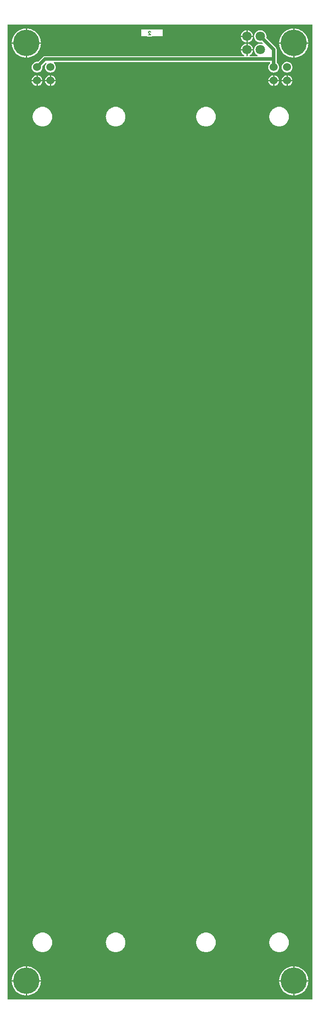
<source format=gbl>
G04 Layer: BottomLayer*
G04 EasyEDA v6.5.29, 2023-07-09 11:22:14*
G04 34a5644dc25c44e99f5b06bf355c49f1,5a6b42c53f6a479593ecc07194224c93,10*
G04 Gerber Generator version 0.2*
G04 Scale: 100 percent, Rotated: No, Reflected: No *
G04 Dimensions in millimeters *
G04 leading zeros omitted , absolute positions ,4 integer and 5 decimal *
%FSLAX45Y45*%
%MOMM*%

%ADD10C,0.1524*%
%ADD11C,0.6350*%
%ADD12C,5.0000*%
%ADD13C,1.5240*%
%ADD14C,1.8000*%
%ADD15C,0.0132*%

%LPD*%
G36*
X36068Y25908D02*
G01*
X32156Y26670D01*
X28905Y28905D01*
X26670Y32156D01*
X25908Y36068D01*
X25908Y18505881D01*
X26670Y18509792D01*
X28905Y18513094D01*
X32156Y18515279D01*
X36068Y18516041D01*
X2555240Y18516041D01*
X2559151Y18515279D01*
X2562402Y18513094D01*
X2564638Y18509792D01*
X2565400Y18505881D01*
X2566162Y18509792D01*
X2568397Y18513094D01*
X2571648Y18515279D01*
X2575560Y18516041D01*
X5805932Y18516041D01*
X5809792Y18515279D01*
X5813094Y18513094D01*
X5815330Y18509792D01*
X5816092Y18505881D01*
X5816092Y36068D01*
X5815330Y32156D01*
X5813094Y28905D01*
X5809792Y26670D01*
X5805932Y25908D01*
G37*

%LPC*%
G36*
X736955Y17462449D02*
G01*
X825500Y17462449D01*
X825500Y17550942D01*
X814527Y17549063D01*
X801471Y17545050D01*
X789127Y17539309D01*
X777646Y17531943D01*
X767232Y17523155D01*
X758088Y17513046D01*
X750366Y17501768D01*
X744220Y17489627D01*
X739698Y17476724D01*
G37*
G36*
X393700Y105511D02*
G01*
X398322Y105613D01*
X421284Y108000D01*
X443992Y112369D01*
X466242Y118567D01*
X487883Y126644D01*
X508812Y136448D01*
X528828Y148031D01*
X547776Y161188D01*
X565607Y175920D01*
X582117Y192074D01*
X597204Y209600D01*
X610768Y228295D01*
X622757Y248056D01*
X633018Y268732D01*
X641553Y290220D01*
X648208Y312369D01*
X653034Y334975D01*
X655929Y357886D01*
X656336Y368249D01*
X393700Y368249D01*
G37*
G36*
X5448300Y105562D02*
G01*
X5448300Y368249D01*
X5185410Y368249D01*
X5187238Y346405D01*
X5191099Y323596D01*
X5196840Y301244D01*
X5204460Y279400D01*
X5213858Y258267D01*
X5224983Y238048D01*
X5237784Y218795D01*
X5252110Y200710D01*
X5267960Y183845D01*
X5285130Y168402D01*
X5303520Y154432D01*
X5323027Y142036D01*
X5343499Y131318D01*
X5364835Y122377D01*
X5386781Y115214D01*
X5409285Y109931D01*
X5432145Y106578D01*
G37*
G36*
X368300Y105562D02*
G01*
X368300Y368249D01*
X105410Y368249D01*
X107238Y346405D01*
X111099Y323596D01*
X116839Y301244D01*
X124460Y279400D01*
X133858Y258267D01*
X144983Y238048D01*
X157784Y218795D01*
X172110Y200710D01*
X187960Y183845D01*
X205130Y168402D01*
X223520Y154432D01*
X243027Y142036D01*
X263499Y131318D01*
X284835Y122377D01*
X306781Y115214D01*
X329285Y109931D01*
X352145Y106578D01*
G37*
G36*
X5473700Y393649D02*
G01*
X5736336Y393649D01*
X5735929Y404063D01*
X5733034Y426974D01*
X5728208Y449580D01*
X5721553Y471678D01*
X5713018Y493166D01*
X5702757Y513892D01*
X5690768Y533654D01*
X5677204Y552348D01*
X5662117Y569823D01*
X5645607Y585978D01*
X5627776Y600710D01*
X5608828Y613918D01*
X5588812Y625449D01*
X5567883Y635304D01*
X5546242Y643382D01*
X5523992Y649579D01*
X5501284Y653897D01*
X5478322Y656336D01*
X5473700Y656437D01*
G37*
G36*
X393700Y393649D02*
G01*
X656336Y393649D01*
X655929Y404063D01*
X653034Y426974D01*
X648208Y449580D01*
X641553Y471678D01*
X633018Y493166D01*
X622757Y513892D01*
X610768Y533654D01*
X597204Y552348D01*
X582117Y569823D01*
X565607Y585978D01*
X547776Y600710D01*
X528828Y613918D01*
X508812Y625449D01*
X487883Y635304D01*
X466242Y643382D01*
X443992Y649579D01*
X421284Y653897D01*
X398322Y656336D01*
X393700Y656437D01*
G37*
G36*
X5185410Y393649D02*
G01*
X5448300Y393649D01*
X5448300Y656386D01*
X5432145Y655370D01*
X5409285Y651967D01*
X5386781Y646684D01*
X5364835Y639572D01*
X5343499Y630580D01*
X5323027Y619912D01*
X5303520Y607517D01*
X5285130Y593547D01*
X5267960Y578104D01*
X5252110Y561238D01*
X5237784Y543153D01*
X5224983Y523900D01*
X5213858Y503631D01*
X5204460Y482549D01*
X5196840Y460705D01*
X5191099Y438302D01*
X5187238Y415543D01*
G37*
G36*
X105410Y393649D02*
G01*
X368300Y393649D01*
X368300Y656386D01*
X352145Y655370D01*
X329285Y651967D01*
X306781Y646684D01*
X284835Y639572D01*
X263499Y630580D01*
X243027Y619912D01*
X223520Y607517D01*
X205130Y593547D01*
X187960Y578104D01*
X172110Y561238D01*
X157784Y543153D01*
X144983Y523900D01*
X133858Y503631D01*
X124460Y482549D01*
X116839Y460705D01*
X111099Y438302D01*
X107238Y415543D01*
G37*
G36*
X3784193Y925779D02*
G01*
X3803040Y925779D01*
X3821785Y927658D01*
X3840226Y931468D01*
X3858158Y937107D01*
X3875481Y944524D01*
X3891940Y953668D01*
X3907383Y964437D01*
X3921709Y976680D01*
X3934663Y990346D01*
X3946194Y1005230D01*
X3956151Y1021232D01*
X3964432Y1038098D01*
X3970985Y1055776D01*
X3975709Y1074013D01*
X3978554Y1092606D01*
X3979519Y1111402D01*
X3978554Y1130249D01*
X3975709Y1148842D01*
X3970985Y1167079D01*
X3964432Y1184757D01*
X3956151Y1201623D01*
X3946194Y1217625D01*
X3934663Y1232509D01*
X3921709Y1246174D01*
X3907383Y1258417D01*
X3891940Y1269187D01*
X3875481Y1278331D01*
X3858158Y1285748D01*
X3840226Y1291386D01*
X3821785Y1295196D01*
X3803040Y1297076D01*
X3784193Y1297076D01*
X3765448Y1295196D01*
X3747008Y1291386D01*
X3729075Y1285748D01*
X3711752Y1278331D01*
X3695293Y1269187D01*
X3679850Y1258417D01*
X3665524Y1246174D01*
X3652570Y1232509D01*
X3641039Y1217625D01*
X3631082Y1201623D01*
X3622801Y1184757D01*
X3616248Y1167079D01*
X3611524Y1148842D01*
X3608679Y1130249D01*
X3607714Y1111402D01*
X3608679Y1092606D01*
X3611524Y1074013D01*
X3616248Y1055776D01*
X3622801Y1038098D01*
X3631082Y1021232D01*
X3641039Y1005230D01*
X3652570Y990346D01*
X3665524Y976680D01*
X3679850Y964437D01*
X3695293Y953668D01*
X3711752Y944524D01*
X3729075Y937107D01*
X3747008Y931468D01*
X3765448Y927658D01*
G37*
G36*
X5174183Y925779D02*
G01*
X5193030Y925779D01*
X5211775Y927658D01*
X5230215Y931468D01*
X5248148Y937107D01*
X5265470Y944524D01*
X5281930Y953668D01*
X5297373Y964437D01*
X5311698Y976680D01*
X5324652Y990346D01*
X5336184Y1005230D01*
X5346141Y1021232D01*
X5354421Y1038098D01*
X5360974Y1055776D01*
X5365699Y1074013D01*
X5368544Y1092606D01*
X5369509Y1111402D01*
X5368544Y1130249D01*
X5365699Y1148842D01*
X5360974Y1167079D01*
X5354421Y1184757D01*
X5346141Y1201623D01*
X5336184Y1217625D01*
X5324652Y1232509D01*
X5311698Y1246174D01*
X5297373Y1258417D01*
X5281930Y1269187D01*
X5265470Y1278331D01*
X5248148Y1285748D01*
X5230215Y1291386D01*
X5211775Y1295196D01*
X5193030Y1297076D01*
X5174183Y1297076D01*
X5155438Y1295196D01*
X5136997Y1291386D01*
X5119065Y1285748D01*
X5101742Y1278331D01*
X5085283Y1269187D01*
X5069840Y1258417D01*
X5055514Y1246174D01*
X5042560Y1232509D01*
X5031028Y1217625D01*
X5021072Y1201623D01*
X5012791Y1184757D01*
X5006238Y1167079D01*
X5001514Y1148842D01*
X4998669Y1130249D01*
X4997704Y1111402D01*
X4998669Y1092606D01*
X5001514Y1074013D01*
X5006238Y1055776D01*
X5012791Y1038098D01*
X5021072Y1021232D01*
X5031028Y1005230D01*
X5042560Y990346D01*
X5055514Y976680D01*
X5069840Y964437D01*
X5085283Y953668D01*
X5101742Y944524D01*
X5119065Y937107D01*
X5136997Y931468D01*
X5155438Y927658D01*
G37*
G36*
X2068372Y925779D02*
G01*
X2087219Y925779D01*
X2105964Y927658D01*
X2124405Y931468D01*
X2142337Y937107D01*
X2159660Y944524D01*
X2176119Y953668D01*
X2191562Y964437D01*
X2205888Y976680D01*
X2218842Y990346D01*
X2230374Y1005230D01*
X2240330Y1021232D01*
X2248611Y1038098D01*
X2255164Y1055776D01*
X2259888Y1074013D01*
X2262733Y1092606D01*
X2263698Y1111402D01*
X2262733Y1130249D01*
X2259888Y1148842D01*
X2255164Y1167079D01*
X2248611Y1184757D01*
X2240330Y1201623D01*
X2230374Y1217625D01*
X2218842Y1232509D01*
X2205888Y1246174D01*
X2191562Y1258417D01*
X2176119Y1269187D01*
X2159660Y1278331D01*
X2142337Y1285748D01*
X2124405Y1291386D01*
X2105964Y1295196D01*
X2087219Y1297076D01*
X2068372Y1297076D01*
X2049627Y1295196D01*
X2031187Y1291386D01*
X2013254Y1285748D01*
X1995932Y1278331D01*
X1979472Y1269187D01*
X1964029Y1258417D01*
X1949704Y1246174D01*
X1936750Y1232509D01*
X1925218Y1217625D01*
X1915261Y1201623D01*
X1906981Y1184757D01*
X1900428Y1167079D01*
X1895703Y1148842D01*
X1892858Y1130249D01*
X1891893Y1111402D01*
X1892858Y1092606D01*
X1895703Y1074013D01*
X1900428Y1055776D01*
X1906981Y1038098D01*
X1915261Y1021232D01*
X1925218Y1005230D01*
X1936750Y990346D01*
X1949704Y976680D01*
X1964029Y964437D01*
X1979472Y953668D01*
X1995932Y944524D01*
X2013254Y937107D01*
X2031187Y931468D01*
X2049627Y927658D01*
G37*
G36*
X678383Y925779D02*
G01*
X697230Y925779D01*
X715975Y927658D01*
X734415Y931468D01*
X752348Y937107D01*
X769670Y944524D01*
X786130Y953668D01*
X801573Y964437D01*
X815898Y976680D01*
X828852Y990346D01*
X840384Y1005230D01*
X850341Y1021232D01*
X858621Y1038098D01*
X865174Y1055776D01*
X869899Y1074013D01*
X872744Y1092606D01*
X873709Y1111402D01*
X872744Y1130249D01*
X869899Y1148842D01*
X865174Y1167079D01*
X858621Y1184757D01*
X850341Y1201623D01*
X840384Y1217625D01*
X828852Y1232509D01*
X815898Y1246174D01*
X801573Y1258417D01*
X786130Y1269187D01*
X769670Y1278331D01*
X752348Y1285748D01*
X734415Y1291386D01*
X715975Y1295196D01*
X697230Y1297076D01*
X678383Y1297076D01*
X659638Y1295196D01*
X641197Y1291386D01*
X623265Y1285748D01*
X605942Y1278331D01*
X589483Y1269187D01*
X574040Y1258417D01*
X559714Y1246174D01*
X546760Y1232509D01*
X535228Y1217625D01*
X525272Y1201623D01*
X516991Y1184757D01*
X510438Y1167079D01*
X505714Y1148842D01*
X502869Y1130249D01*
X501904Y1111402D01*
X502869Y1092606D01*
X505714Y1074013D01*
X510438Y1055776D01*
X516991Y1038098D01*
X525272Y1021232D01*
X535228Y1005230D01*
X546760Y990346D01*
X559714Y976680D01*
X574040Y964437D01*
X589483Y953668D01*
X605942Y944524D01*
X623265Y937107D01*
X641197Y931468D01*
X659638Y927658D01*
G37*
G36*
X5174183Y16580713D02*
G01*
X5193030Y16580713D01*
X5211775Y16582644D01*
X5230215Y16586403D01*
X5248148Y16592042D01*
X5265470Y16599509D01*
X5281930Y16608653D01*
X5297373Y16619372D01*
X5311698Y16631666D01*
X5324652Y16645280D01*
X5336184Y16660215D01*
X5346141Y16676166D01*
X5354421Y16693083D01*
X5360974Y16710761D01*
X5365699Y16728948D01*
X5368544Y16747591D01*
X5369509Y16766387D01*
X5368544Y16785183D01*
X5365699Y16803827D01*
X5360974Y16822013D01*
X5354421Y16839692D01*
X5346141Y16856608D01*
X5336184Y16872559D01*
X5324652Y16887494D01*
X5311698Y16901109D01*
X5297373Y16913402D01*
X5281930Y16924121D01*
X5265470Y16933265D01*
X5248148Y16940733D01*
X5230215Y16946372D01*
X5211775Y16950131D01*
X5193030Y16952061D01*
X5174183Y16952061D01*
X5155438Y16950131D01*
X5136997Y16946372D01*
X5119065Y16940733D01*
X5101742Y16933265D01*
X5085283Y16924121D01*
X5069840Y16913402D01*
X5055514Y16901109D01*
X5042560Y16887494D01*
X5031028Y16872559D01*
X5021072Y16856608D01*
X5012791Y16839692D01*
X5006238Y16822013D01*
X5001514Y16803827D01*
X4998669Y16785183D01*
X4997704Y16766387D01*
X4998669Y16747591D01*
X5001514Y16728948D01*
X5006238Y16710761D01*
X5012791Y16693083D01*
X5021072Y16676166D01*
X5031028Y16660215D01*
X5042560Y16645280D01*
X5055514Y16631666D01*
X5069840Y16619372D01*
X5085283Y16608653D01*
X5101742Y16599509D01*
X5119065Y16592042D01*
X5136997Y16586403D01*
X5155438Y16582644D01*
G37*
G36*
X3784193Y16580713D02*
G01*
X3803040Y16580713D01*
X3821785Y16582644D01*
X3840226Y16586403D01*
X3858158Y16592042D01*
X3875481Y16599509D01*
X3891940Y16608653D01*
X3907383Y16619372D01*
X3921709Y16631666D01*
X3934663Y16645280D01*
X3946194Y16660215D01*
X3956151Y16676166D01*
X3964432Y16693083D01*
X3970985Y16710761D01*
X3975709Y16728948D01*
X3978554Y16747591D01*
X3979519Y16766387D01*
X3978554Y16785183D01*
X3975709Y16803827D01*
X3970985Y16822013D01*
X3964432Y16839692D01*
X3956151Y16856608D01*
X3946194Y16872559D01*
X3934663Y16887494D01*
X3921709Y16901109D01*
X3907383Y16913402D01*
X3891940Y16924121D01*
X3875481Y16933265D01*
X3858158Y16940733D01*
X3840226Y16946372D01*
X3821785Y16950131D01*
X3803040Y16952061D01*
X3784193Y16952061D01*
X3765448Y16950131D01*
X3747008Y16946372D01*
X3729075Y16940733D01*
X3711752Y16933265D01*
X3695293Y16924121D01*
X3679850Y16913402D01*
X3665524Y16901109D01*
X3652570Y16887494D01*
X3641039Y16872559D01*
X3631082Y16856608D01*
X3622801Y16839692D01*
X3616248Y16822013D01*
X3611524Y16803827D01*
X3608679Y16785183D01*
X3607714Y16766387D01*
X3608679Y16747591D01*
X3611524Y16728948D01*
X3616248Y16710761D01*
X3622801Y16693083D01*
X3631082Y16676166D01*
X3641039Y16660215D01*
X3652570Y16645280D01*
X3665524Y16631666D01*
X3679850Y16619372D01*
X3695293Y16608653D01*
X3711752Y16599509D01*
X3729075Y16592042D01*
X3747008Y16586403D01*
X3765448Y16582644D01*
G37*
G36*
X2068372Y16580713D02*
G01*
X2087219Y16580713D01*
X2105964Y16582644D01*
X2124405Y16586403D01*
X2142337Y16592042D01*
X2159660Y16599509D01*
X2176119Y16608653D01*
X2191562Y16619372D01*
X2205888Y16631666D01*
X2218842Y16645280D01*
X2230374Y16660215D01*
X2240330Y16676166D01*
X2248611Y16693083D01*
X2255164Y16710761D01*
X2259888Y16728948D01*
X2262733Y16747591D01*
X2263698Y16766387D01*
X2262733Y16785183D01*
X2259888Y16803827D01*
X2255164Y16822013D01*
X2248611Y16839692D01*
X2240330Y16856608D01*
X2230374Y16872559D01*
X2218842Y16887494D01*
X2205888Y16901109D01*
X2191562Y16913402D01*
X2176119Y16924121D01*
X2159660Y16933265D01*
X2142337Y16940733D01*
X2124405Y16946372D01*
X2105964Y16950131D01*
X2087219Y16952061D01*
X2068372Y16952061D01*
X2049627Y16950131D01*
X2031187Y16946372D01*
X2013254Y16940733D01*
X1995932Y16933265D01*
X1979472Y16924121D01*
X1964029Y16913402D01*
X1949704Y16901109D01*
X1936750Y16887494D01*
X1925218Y16872559D01*
X1915261Y16856608D01*
X1906981Y16839692D01*
X1900428Y16822013D01*
X1895703Y16803827D01*
X1892858Y16785183D01*
X1891893Y16766387D01*
X1892858Y16747591D01*
X1895703Y16728948D01*
X1900428Y16710761D01*
X1906981Y16693083D01*
X1915261Y16676166D01*
X1925218Y16660215D01*
X1936750Y16645280D01*
X1949704Y16631666D01*
X1964029Y16619372D01*
X1979472Y16608653D01*
X1995932Y16599509D01*
X2013254Y16592042D01*
X2031187Y16586403D01*
X2049627Y16582644D01*
G37*
G36*
X678383Y16580713D02*
G01*
X697230Y16580713D01*
X715975Y16582644D01*
X734415Y16586403D01*
X752348Y16592042D01*
X769670Y16599509D01*
X786130Y16608653D01*
X801573Y16619372D01*
X815898Y16631666D01*
X828852Y16645280D01*
X840384Y16660215D01*
X850341Y16676166D01*
X858621Y16693083D01*
X865174Y16710761D01*
X869899Y16728948D01*
X872744Y16747591D01*
X873709Y16766387D01*
X872744Y16785183D01*
X869899Y16803827D01*
X865174Y16822013D01*
X858621Y16839692D01*
X850341Y16856608D01*
X840384Y16872559D01*
X828852Y16887494D01*
X815898Y16901109D01*
X801573Y16913402D01*
X786130Y16924121D01*
X769670Y16933265D01*
X752348Y16940733D01*
X734415Y16946372D01*
X715975Y16950131D01*
X697230Y16952061D01*
X678383Y16952061D01*
X659638Y16950131D01*
X641197Y16946372D01*
X623265Y16940733D01*
X605942Y16933265D01*
X589483Y16924121D01*
X574040Y16913402D01*
X559714Y16901109D01*
X546760Y16887494D01*
X535228Y16872559D01*
X525272Y16856608D01*
X516991Y16839692D01*
X510438Y16822013D01*
X505714Y16803827D01*
X502869Y16785183D01*
X501904Y16766387D01*
X502869Y16747591D01*
X505714Y16728948D01*
X510438Y16710761D01*
X516991Y16693083D01*
X525272Y16676166D01*
X535228Y16660215D01*
X546760Y16645280D01*
X559714Y16631666D01*
X574040Y16619372D01*
X589483Y16608653D01*
X605942Y16599509D01*
X623265Y16592042D01*
X641197Y16586403D01*
X659638Y16582644D01*
G37*
G36*
X825500Y17348606D02*
G01*
X825500Y17437049D01*
X736955Y17437049D01*
X739698Y17422774D01*
X744220Y17409922D01*
X750366Y17397730D01*
X758088Y17386503D01*
X767232Y17376394D01*
X777646Y17367554D01*
X789127Y17360239D01*
X801471Y17354499D01*
X814527Y17350435D01*
G37*
G36*
X571500Y17348606D02*
G01*
X571500Y17437049D01*
X482955Y17437049D01*
X485698Y17422774D01*
X490220Y17409922D01*
X496366Y17397730D01*
X504088Y17386503D01*
X513232Y17376394D01*
X523646Y17367554D01*
X535127Y17360239D01*
X547471Y17354499D01*
X560527Y17350435D01*
G37*
G36*
X5321300Y17348606D02*
G01*
X5321300Y17437049D01*
X5232755Y17437049D01*
X5235498Y17422774D01*
X5240020Y17409922D01*
X5246166Y17397730D01*
X5253888Y17386503D01*
X5263032Y17376394D01*
X5273446Y17367554D01*
X5284927Y17360239D01*
X5297271Y17354499D01*
X5310327Y17350435D01*
G37*
G36*
X5067300Y17348606D02*
G01*
X5067300Y17437049D01*
X4978755Y17437049D01*
X4981498Y17422774D01*
X4986020Y17409922D01*
X4992166Y17397730D01*
X4999888Y17386503D01*
X5009032Y17376394D01*
X5019446Y17367554D01*
X5030927Y17360239D01*
X5043271Y17354499D01*
X5056327Y17350435D01*
G37*
G36*
X596900Y17348657D02*
G01*
X601167Y17349114D01*
X614426Y17352264D01*
X627126Y17357140D01*
X639114Y17363694D01*
X650087Y17371822D01*
X659892Y17381270D01*
X668324Y17391989D01*
X675284Y17403724D01*
X680618Y17416272D01*
X684225Y17429429D01*
X685241Y17437049D01*
X596900Y17437049D01*
G37*
G36*
X850900Y17348657D02*
G01*
X855167Y17349114D01*
X868426Y17352264D01*
X881126Y17357140D01*
X893114Y17363694D01*
X904087Y17371822D01*
X913892Y17381270D01*
X922324Y17391989D01*
X929284Y17403724D01*
X934618Y17416272D01*
X938225Y17429429D01*
X939241Y17437049D01*
X850900Y17437049D01*
G37*
G36*
X5346700Y17348657D02*
G01*
X5350967Y17349114D01*
X5364226Y17352264D01*
X5376926Y17357140D01*
X5388914Y17363694D01*
X5399887Y17371822D01*
X5409692Y17381270D01*
X5418124Y17391989D01*
X5425084Y17403724D01*
X5430418Y17416272D01*
X5434025Y17429429D01*
X5435041Y17437049D01*
X5346700Y17437049D01*
G37*
G36*
X5092700Y17348657D02*
G01*
X5096967Y17349114D01*
X5110226Y17352264D01*
X5122926Y17357140D01*
X5134914Y17363694D01*
X5145887Y17371822D01*
X5155692Y17381270D01*
X5164124Y17391989D01*
X5171084Y17403724D01*
X5176418Y17416272D01*
X5180025Y17429429D01*
X5181041Y17437049D01*
X5092700Y17437049D01*
G37*
G36*
X850900Y17462449D02*
G01*
X939241Y17462449D01*
X938225Y17470120D01*
X934618Y17483226D01*
X929284Y17495824D01*
X922324Y17507559D01*
X913892Y17518227D01*
X904087Y17527727D01*
X893114Y17535804D01*
X881126Y17542357D01*
X868426Y17547285D01*
X855167Y17550434D01*
X850900Y17550841D01*
G37*
G36*
X596900Y17462449D02*
G01*
X685241Y17462449D01*
X684225Y17470120D01*
X680618Y17483226D01*
X675284Y17495824D01*
X668324Y17507559D01*
X659892Y17518227D01*
X650087Y17527727D01*
X639114Y17535804D01*
X627126Y17542357D01*
X614426Y17547285D01*
X601167Y17550434D01*
X596900Y17550841D01*
G37*
G36*
X5092700Y17462449D02*
G01*
X5181041Y17462449D01*
X5180025Y17470120D01*
X5176418Y17483226D01*
X5171084Y17495824D01*
X5164124Y17507559D01*
X5155692Y17518227D01*
X5145887Y17527727D01*
X5134914Y17535804D01*
X5122926Y17542357D01*
X5110226Y17547285D01*
X5096967Y17550434D01*
X5092700Y17550841D01*
G37*
G36*
X5346700Y17462449D02*
G01*
X5435041Y17462449D01*
X5434025Y17470120D01*
X5430418Y17483226D01*
X5425084Y17495824D01*
X5418124Y17507559D01*
X5409692Y17518227D01*
X5399887Y17527727D01*
X5388914Y17535804D01*
X5376926Y17542357D01*
X5364226Y17547285D01*
X5350967Y17550434D01*
X5346700Y17550841D01*
G37*
G36*
X5473700Y105511D02*
G01*
X5478322Y105613D01*
X5501284Y108000D01*
X5523992Y112369D01*
X5546242Y118567D01*
X5567883Y126644D01*
X5588812Y136448D01*
X5608828Y148031D01*
X5627776Y161188D01*
X5645607Y175920D01*
X5662117Y192074D01*
X5677204Y209600D01*
X5690768Y228295D01*
X5702757Y248056D01*
X5713018Y268732D01*
X5721553Y290220D01*
X5728208Y312369D01*
X5733034Y334975D01*
X5735929Y357886D01*
X5736336Y368249D01*
X5473700Y368249D01*
G37*
G36*
X482955Y17462449D02*
G01*
X571500Y17462449D01*
X571500Y17550942D01*
X560527Y17549063D01*
X547471Y17545050D01*
X535127Y17539309D01*
X523646Y17531943D01*
X513232Y17523155D01*
X504088Y17513046D01*
X496366Y17501768D01*
X490220Y17489627D01*
X485698Y17476724D01*
G37*
G36*
X5232755Y17462449D02*
G01*
X5321300Y17462449D01*
X5321300Y17550942D01*
X5310327Y17549063D01*
X5297271Y17545050D01*
X5284927Y17539309D01*
X5273446Y17531943D01*
X5263032Y17523155D01*
X5253888Y17513046D01*
X5246166Y17501768D01*
X5240020Y17489627D01*
X5235498Y17476724D01*
G37*
G36*
X4978755Y17462449D02*
G01*
X5067300Y17462449D01*
X5067300Y17550942D01*
X5056327Y17549063D01*
X5043271Y17545050D01*
X5030927Y17539309D01*
X5019446Y17531943D01*
X5009032Y17523155D01*
X4999888Y17513046D01*
X4992166Y17501768D01*
X4986020Y17489627D01*
X4981498Y17476724D01*
G37*
G36*
X5337403Y17601742D02*
G01*
X5350967Y17603114D01*
X5364226Y17606264D01*
X5376926Y17611140D01*
X5388914Y17617694D01*
X5399887Y17625822D01*
X5409692Y17635270D01*
X5418124Y17645989D01*
X5425084Y17657724D01*
X5430418Y17670272D01*
X5434025Y17683429D01*
X5435854Y17696942D01*
X5435854Y17710607D01*
X5434025Y17724120D01*
X5430418Y17737226D01*
X5425084Y17749824D01*
X5418124Y17761559D01*
X5409692Y17772227D01*
X5399887Y17781727D01*
X5388914Y17789804D01*
X5376926Y17796357D01*
X5364226Y17801285D01*
X5350967Y17804434D01*
X5337403Y17805806D01*
X5323738Y17805349D01*
X5310327Y17803063D01*
X5297271Y17799050D01*
X5284927Y17793309D01*
X5273446Y17785943D01*
X5263032Y17777155D01*
X5253888Y17767046D01*
X5246166Y17755768D01*
X5240020Y17743627D01*
X5235498Y17730724D01*
X5232806Y17717363D01*
X5231892Y17703749D01*
X5232806Y17690134D01*
X5235498Y17676774D01*
X5240020Y17663922D01*
X5246166Y17651730D01*
X5253888Y17640503D01*
X5263032Y17630394D01*
X5273446Y17621554D01*
X5284927Y17614239D01*
X5297271Y17608499D01*
X5310327Y17604435D01*
X5323738Y17602200D01*
G37*
G36*
X587603Y17601742D02*
G01*
X601167Y17603114D01*
X614426Y17606264D01*
X627126Y17611140D01*
X639114Y17617694D01*
X650087Y17625822D01*
X659892Y17635270D01*
X668324Y17645989D01*
X675284Y17657724D01*
X680618Y17670272D01*
X684225Y17683429D01*
X686054Y17696942D01*
X686054Y17710607D01*
X685088Y17717516D01*
X685190Y17720614D01*
X686155Y17723561D01*
X687984Y17726050D01*
X746861Y17784927D01*
X750620Y17787315D01*
X755040Y17787874D01*
X759256Y17786451D01*
X762508Y17783403D01*
X764082Y17779238D01*
X763778Y17774818D01*
X761593Y17770906D01*
X758088Y17767046D01*
X750366Y17755768D01*
X744220Y17743627D01*
X739698Y17730724D01*
X737006Y17717363D01*
X736092Y17703749D01*
X737006Y17690134D01*
X739698Y17676774D01*
X744220Y17663922D01*
X750366Y17651730D01*
X758088Y17640503D01*
X767232Y17630394D01*
X777646Y17621554D01*
X789127Y17614239D01*
X801471Y17608499D01*
X814527Y17604435D01*
X827938Y17602200D01*
X841603Y17601742D01*
X855167Y17603114D01*
X868426Y17606264D01*
X881126Y17611140D01*
X893114Y17617694D01*
X904087Y17625822D01*
X913892Y17635270D01*
X922324Y17645989D01*
X929284Y17657724D01*
X934618Y17670272D01*
X938225Y17683429D01*
X940053Y17696942D01*
X940053Y17710607D01*
X938225Y17724120D01*
X934618Y17737226D01*
X929284Y17749824D01*
X922324Y17761559D01*
X913892Y17772227D01*
X904748Y17781066D01*
X902462Y17784368D01*
X901649Y17788280D01*
X902411Y17792192D01*
X904595Y17795544D01*
X907897Y17797780D01*
X911809Y17798542D01*
X5006543Y17798542D01*
X5010607Y17797729D01*
X5013960Y17795341D01*
X5016093Y17791887D01*
X5016703Y17787823D01*
X5015636Y17783860D01*
X5013147Y17780609D01*
X5009032Y17777155D01*
X4999888Y17767046D01*
X4992166Y17755768D01*
X4986020Y17743627D01*
X4981498Y17730724D01*
X4978806Y17717363D01*
X4977892Y17703749D01*
X4978806Y17690134D01*
X4981498Y17676774D01*
X4986020Y17663922D01*
X4992166Y17651730D01*
X4999888Y17640503D01*
X5009032Y17630394D01*
X5019446Y17621554D01*
X5030927Y17614239D01*
X5043271Y17608499D01*
X5056327Y17604435D01*
X5069738Y17602200D01*
X5083403Y17601742D01*
X5096967Y17603114D01*
X5110226Y17606264D01*
X5122926Y17611140D01*
X5134914Y17617694D01*
X5145887Y17625822D01*
X5155692Y17635270D01*
X5164124Y17645989D01*
X5171084Y17657724D01*
X5176418Y17670272D01*
X5180025Y17683429D01*
X5181854Y17696942D01*
X5181854Y17710607D01*
X5180025Y17724120D01*
X5176418Y17737226D01*
X5171084Y17749824D01*
X5164124Y17761559D01*
X5155692Y17772227D01*
X5145887Y17781727D01*
X5141772Y17784724D01*
X5139588Y17787010D01*
X5138166Y17789804D01*
X5137658Y17792903D01*
X5137658Y18033542D01*
X5136845Y18043448D01*
X5134508Y18052694D01*
X5130698Y18061381D01*
X5125415Y18069458D01*
X5120538Y18074944D01*
X4941773Y18253760D01*
X4939842Y18256453D01*
X4938877Y18259552D01*
X4938928Y18262854D01*
X4940960Y18273471D01*
X4941874Y18287949D01*
X4940960Y18302478D01*
X4938268Y18316803D01*
X4933746Y18330621D01*
X4927549Y18343829D01*
X4919776Y18356072D01*
X4910480Y18367298D01*
X4899863Y18377255D01*
X4888077Y18385840D01*
X4875326Y18392851D01*
X4861814Y18398185D01*
X4847691Y18401792D01*
X4833264Y18403620D01*
X4818735Y18403620D01*
X4804308Y18401792D01*
X4790186Y18398185D01*
X4776673Y18392851D01*
X4763922Y18385840D01*
X4752136Y18377255D01*
X4741519Y18367298D01*
X4732223Y18356072D01*
X4724450Y18343829D01*
X4718253Y18330621D01*
X4713732Y18316803D01*
X4711039Y18302478D01*
X4710125Y18287949D01*
X4711039Y18273471D01*
X4713732Y18259145D01*
X4718253Y18245328D01*
X4724450Y18232120D01*
X4732223Y18219877D01*
X4741519Y18208650D01*
X4752136Y18198693D01*
X4763922Y18190108D01*
X4776673Y18183098D01*
X4790186Y18177764D01*
X4804308Y18174157D01*
X4818735Y18172328D01*
X4833264Y18172328D01*
X4847691Y18174157D01*
X4850536Y18174868D01*
X4853990Y18175122D01*
X4857394Y18174208D01*
X4860239Y18172226D01*
X4871110Y18161304D01*
X4873447Y18157647D01*
X4874056Y18153278D01*
X4872736Y18149112D01*
X4869789Y18145861D01*
X4865776Y18144134D01*
X4861407Y18144286D01*
X4847691Y18147792D01*
X4833264Y18149620D01*
X4818735Y18149620D01*
X4804308Y18147792D01*
X4790186Y18144185D01*
X4776673Y18138851D01*
X4763922Y18131840D01*
X4752136Y18123255D01*
X4741519Y18113298D01*
X4732223Y18102072D01*
X4724450Y18089829D01*
X4718253Y18076621D01*
X4713732Y18062803D01*
X4711039Y18048478D01*
X4710125Y18033949D01*
X4711039Y18019471D01*
X4713732Y18005145D01*
X4718253Y17991328D01*
X4724450Y17978120D01*
X4732223Y17965877D01*
X4741519Y17954650D01*
X4752136Y17944693D01*
X4763922Y17936108D01*
X4769713Y17932908D01*
X4773066Y17930012D01*
X4774844Y17925897D01*
X4774692Y17921478D01*
X4772660Y17917566D01*
X4769154Y17914823D01*
X4764836Y17913858D01*
X4633163Y17913858D01*
X4628845Y17914823D01*
X4625340Y17917566D01*
X4623308Y17921478D01*
X4623155Y17925897D01*
X4624933Y17930012D01*
X4628286Y17932908D01*
X4634077Y17936108D01*
X4645863Y17944693D01*
X4656480Y17954650D01*
X4665776Y17965877D01*
X4673549Y17978120D01*
X4679746Y17991328D01*
X4684268Y18005145D01*
X4686960Y18019471D01*
X4687112Y18021249D01*
X4584700Y18021249D01*
X4584700Y17924018D01*
X4583938Y17920106D01*
X4581702Y17916855D01*
X4578451Y17914620D01*
X4574540Y17913858D01*
X4569460Y17913858D01*
X4565548Y17914620D01*
X4562297Y17916855D01*
X4560062Y17920106D01*
X4559300Y17924018D01*
X4559300Y18021249D01*
X4456887Y18021249D01*
X4457039Y18019471D01*
X4459732Y18005145D01*
X4464253Y17991328D01*
X4470450Y17978120D01*
X4478223Y17965877D01*
X4487519Y17954650D01*
X4498136Y17944693D01*
X4509922Y17936108D01*
X4515713Y17932908D01*
X4519066Y17930012D01*
X4520844Y17925897D01*
X4520692Y17921478D01*
X4518660Y17917566D01*
X4515154Y17914823D01*
X4510836Y17913858D01*
X737006Y17913858D01*
X727100Y17913045D01*
X717905Y17910708D01*
X709168Y17906898D01*
X701141Y17901615D01*
X695604Y17896738D01*
X606501Y17807635D01*
X602742Y17805247D01*
X598322Y17804739D01*
X587603Y17805806D01*
X573938Y17805349D01*
X560527Y17803063D01*
X547471Y17799050D01*
X535127Y17793309D01*
X523646Y17785943D01*
X513232Y17777155D01*
X504088Y17767046D01*
X496366Y17755768D01*
X490220Y17743627D01*
X485698Y17730724D01*
X483006Y17717363D01*
X482092Y17703749D01*
X483006Y17690134D01*
X485698Y17676774D01*
X490220Y17663922D01*
X496366Y17651730D01*
X504088Y17640503D01*
X513232Y17630394D01*
X523646Y17621554D01*
X535127Y17614239D01*
X547471Y17608499D01*
X560527Y17604435D01*
X573938Y17602200D01*
G37*
G36*
X4584700Y18300649D02*
G01*
X4687112Y18300649D01*
X4686960Y18302478D01*
X4684268Y18316803D01*
X4679746Y18330621D01*
X4673549Y18343829D01*
X4665776Y18356072D01*
X4656480Y18367298D01*
X4645863Y18377255D01*
X4634077Y18385840D01*
X4621326Y18392851D01*
X4607814Y18398185D01*
X4593691Y18401792D01*
X4584700Y18402960D01*
G37*
G36*
X4456887Y18300649D02*
G01*
X4559300Y18300649D01*
X4559300Y18402960D01*
X4550308Y18401792D01*
X4536186Y18398185D01*
X4522673Y18392851D01*
X4509922Y18385840D01*
X4498136Y18377255D01*
X4487519Y18367298D01*
X4478223Y18356072D01*
X4470450Y18343829D01*
X4464253Y18330621D01*
X4459732Y18316803D01*
X4457039Y18302478D01*
G37*
G36*
X2691688Y18283631D02*
G01*
X2750261Y18283631D01*
X2756560Y18284393D01*
X2764840Y18287593D01*
X2767634Y18287949D01*
X2970784Y18287949D01*
X2971800Y18288965D01*
X2971800Y18413984D01*
X2970784Y18414949D01*
X2763520Y18414949D01*
X2760167Y18415558D01*
X2756560Y18416778D01*
X2750261Y18417489D01*
X2691688Y18417489D01*
X2685389Y18416778D01*
X2681782Y18415558D01*
X2678430Y18414949D01*
X2575560Y18414949D01*
X2571648Y18415762D01*
X2568397Y18417946D01*
X2566162Y18421248D01*
X2565400Y18425109D01*
X2565400Y18288965D01*
X2566416Y18287949D01*
X2674315Y18287949D01*
X2677109Y18287593D01*
X2679903Y18286272D01*
X2685389Y18284393D01*
G37*
G36*
X5473700Y17885511D02*
G01*
X5478322Y17885613D01*
X5501284Y17888000D01*
X5523992Y17892369D01*
X5546242Y17898567D01*
X5567883Y17906644D01*
X5588812Y17916448D01*
X5608828Y17928031D01*
X5627776Y17941188D01*
X5645607Y17955920D01*
X5662117Y17972125D01*
X5677204Y17989600D01*
X5690819Y18008295D01*
X5702757Y18028056D01*
X5713018Y18048732D01*
X5721553Y18070220D01*
X5728208Y18092369D01*
X5733034Y18114975D01*
X5735929Y18137886D01*
X5736336Y18148249D01*
X5473700Y18148249D01*
G37*
G36*
X393700Y17885511D02*
G01*
X398322Y17885613D01*
X421284Y17888000D01*
X443992Y17892369D01*
X466242Y17898567D01*
X487883Y17906644D01*
X508812Y17916448D01*
X528828Y17928031D01*
X547776Y17941188D01*
X565607Y17955920D01*
X582117Y17972125D01*
X597204Y17989600D01*
X610819Y18008295D01*
X622757Y18028056D01*
X633018Y18048732D01*
X641553Y18070220D01*
X648208Y18092369D01*
X653034Y18114975D01*
X655929Y18137886D01*
X656336Y18148249D01*
X393700Y18148249D01*
G37*
G36*
X5448300Y17885562D02*
G01*
X5448300Y18148249D01*
X5185410Y18148249D01*
X5187238Y18126405D01*
X5191099Y18103596D01*
X5196840Y18081244D01*
X5204460Y18059400D01*
X5213858Y18038267D01*
X5224983Y18018048D01*
X5237784Y17998795D01*
X5252110Y17980710D01*
X5267960Y17963845D01*
X5285130Y17948402D01*
X5303520Y17934432D01*
X5323027Y17922036D01*
X5343499Y17911318D01*
X5364835Y17902377D01*
X5386781Y17895214D01*
X5409285Y17889931D01*
X5432145Y17886578D01*
G37*
G36*
X368300Y17885562D02*
G01*
X368300Y18148249D01*
X105410Y18148249D01*
X107238Y18126405D01*
X111099Y18103596D01*
X116839Y18081244D01*
X124460Y18059400D01*
X133858Y18038267D01*
X144983Y18018048D01*
X157784Y17998795D01*
X172110Y17980710D01*
X187960Y17963845D01*
X205130Y17948402D01*
X223520Y17934432D01*
X243027Y17922036D01*
X263499Y17911318D01*
X284835Y17902377D01*
X306781Y17895214D01*
X329285Y17889931D01*
X352145Y17886578D01*
G37*
G36*
X5185410Y18173649D02*
G01*
X5448300Y18173649D01*
X5448300Y18436386D01*
X5432145Y18435370D01*
X5409285Y18431967D01*
X5386781Y18426734D01*
X5364835Y18419572D01*
X5343499Y18410631D01*
X5323027Y18399912D01*
X5303520Y18387517D01*
X5285130Y18373547D01*
X5267960Y18358104D01*
X5252110Y18341238D01*
X5237784Y18323153D01*
X5224983Y18303900D01*
X5213858Y18283631D01*
X5204460Y18262549D01*
X5196840Y18240705D01*
X5191099Y18218302D01*
X5187238Y18195544D01*
G37*
G36*
X105410Y18173649D02*
G01*
X368300Y18173649D01*
X368300Y18436386D01*
X352145Y18435370D01*
X329285Y18431967D01*
X306781Y18426734D01*
X284835Y18419572D01*
X263499Y18410631D01*
X243027Y18399912D01*
X223520Y18387517D01*
X205130Y18373547D01*
X187960Y18358104D01*
X172110Y18341238D01*
X157784Y18323153D01*
X144983Y18303900D01*
X133858Y18283631D01*
X124460Y18262549D01*
X116839Y18240705D01*
X111099Y18218302D01*
X107238Y18195544D01*
G37*
G36*
X4584700Y18046649D02*
G01*
X4687112Y18046649D01*
X4686960Y18048478D01*
X4684268Y18062803D01*
X4679746Y18076621D01*
X4673549Y18089829D01*
X4665776Y18102072D01*
X4656480Y18113298D01*
X4645863Y18123255D01*
X4634077Y18131840D01*
X4621326Y18138851D01*
X4607814Y18144185D01*
X4593691Y18147792D01*
X4584700Y18148960D01*
G37*
G36*
X4456887Y18046649D02*
G01*
X4559300Y18046649D01*
X4559300Y18148960D01*
X4550308Y18147792D01*
X4536186Y18144185D01*
X4522673Y18138851D01*
X4509922Y18131840D01*
X4498136Y18123255D01*
X4487519Y18113298D01*
X4478223Y18102072D01*
X4470450Y18089829D01*
X4464253Y18076621D01*
X4459732Y18062803D01*
X4457039Y18048478D01*
G37*
G36*
X5473700Y18173649D02*
G01*
X5736336Y18173649D01*
X5735929Y18184063D01*
X5733034Y18206974D01*
X5728208Y18229580D01*
X5721553Y18251728D01*
X5713018Y18273217D01*
X5702757Y18293892D01*
X5690819Y18313654D01*
X5677204Y18332348D01*
X5662117Y18349823D01*
X5645607Y18366028D01*
X5627827Y18380760D01*
X5608828Y18393918D01*
X5588812Y18405500D01*
X5567934Y18415304D01*
X5546242Y18423382D01*
X5523992Y18429579D01*
X5501284Y18433897D01*
X5478322Y18436336D01*
X5473700Y18436437D01*
G37*
G36*
X393700Y18173649D02*
G01*
X656336Y18173649D01*
X655929Y18184063D01*
X653034Y18206974D01*
X648208Y18229580D01*
X641553Y18251728D01*
X633018Y18273217D01*
X622757Y18293892D01*
X610819Y18313654D01*
X597204Y18332348D01*
X582117Y18349823D01*
X565607Y18366028D01*
X547827Y18380760D01*
X528828Y18393918D01*
X508812Y18405500D01*
X487934Y18415304D01*
X466242Y18423382D01*
X443992Y18429579D01*
X421284Y18433897D01*
X398322Y18436336D01*
X393700Y18436437D01*
G37*
G36*
X4584700Y18172988D02*
G01*
X4593691Y18174157D01*
X4607814Y18177764D01*
X4621326Y18183098D01*
X4634077Y18190108D01*
X4645863Y18198693D01*
X4656480Y18208650D01*
X4665776Y18219877D01*
X4673549Y18232120D01*
X4679746Y18245328D01*
X4684268Y18259145D01*
X4686960Y18273471D01*
X4687112Y18275249D01*
X4584700Y18275249D01*
G37*
G36*
X4559300Y18172988D02*
G01*
X4559300Y18275249D01*
X4456887Y18275249D01*
X4457039Y18273471D01*
X4459732Y18259145D01*
X4464253Y18245328D01*
X4470450Y18232120D01*
X4478223Y18219877D01*
X4487519Y18208650D01*
X4498136Y18198693D01*
X4509922Y18190108D01*
X4522673Y18183098D01*
X4536186Y18177764D01*
X4550308Y18174157D01*
G37*

%LPD*%
D10*
X2739897Y18367984D02*
G01*
X2739897Y18371286D01*
X2736850Y18377636D01*
X2733547Y18380938D01*
X2727197Y18383986D01*
X2714497Y18383986D01*
X2708147Y18380938D01*
X2705100Y18377636D01*
X2701797Y18371286D01*
X2701797Y18364936D01*
X2705100Y18358586D01*
X2711450Y18348934D01*
X2743200Y18317184D01*
X2698750Y18317184D01*
D11*
X5080000Y17856200D02*
G01*
X5080000Y18033974D01*
X4826000Y18287974D01*
X584200Y17703800D02*
G01*
X736600Y17856200D01*
X5080000Y17856200D01*
X5080000Y17703800D01*
D12*
G01*
X381000Y18160974D03*
G01*
X381000Y380974D03*
G01*
X5461000Y380974D03*
G01*
X5461000Y18160974D03*
D13*
G01*
X584200Y17449774D03*
G01*
X584200Y17703774D03*
G01*
X838200Y17703774D03*
G01*
X838200Y17449774D03*
G01*
X5080000Y17449774D03*
G01*
X5080000Y17703774D03*
G01*
X5334000Y17703774D03*
G01*
X5334000Y17449774D03*
D14*
G01*
X4572000Y18287974D03*
G01*
X4572000Y18033974D03*
G01*
X4826000Y18033974D03*
G01*
X4826000Y18287974D03*
D12*
G01*
X5461000Y18160974D03*
G01*
X381000Y18160974D03*
M02*

</source>
